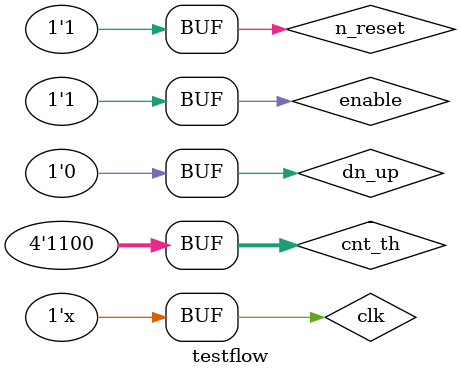
<source format=v>
`timescale 1ns / 1ps

module testflow();

// Inputs
    reg n_reset;
    reg enable;
    reg clk;
    reg dn_up;
    reg [3:0] cnt_th;
    
// Outputs

        wire timeout;
        wire [3:0] cntout;
        
task_1 UUT (
            .cnt_th(cnt_th),
            .dn_up(dn_up), 
            .timeout(timeout), 
            .cntout(cntout), 
            .n_reset(n_reset), 
            .enable(enable), 
            .clk(clk)
            );


// Initialize Inputs

initial begin
                    cnt_th = 12;
                    dn_up  = 0;
                    enable = 0;
                    n_reset = 0;
                    clk = 0;
                    
 #15   dn_up = 1;                   
 #35   n_reset =  1; 
 #35   enable = 1;           
 #105   enable = 0;
 #195   enable = 1;
 #300   dn_up = 0;
 
 end
        
always
  #10 clk = ~clk;
                
 
endmodule
</source>
